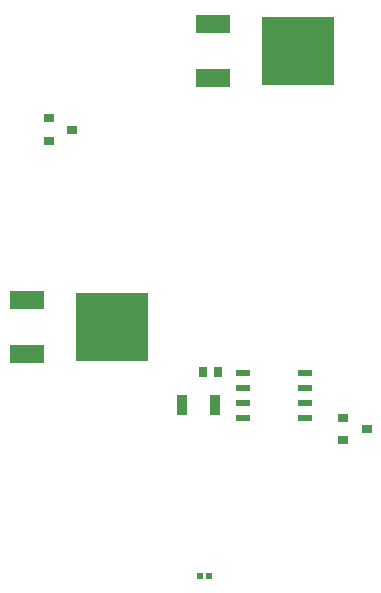
<source format=gtp>
G04 Layer_Color=8421504*
%FSLAX25Y25*%
%MOIN*%
G70*
G01*
G75*
%ADD10R,0.03543X0.03150*%
%ADD11R,0.02205X0.02047*%
%ADD12R,0.03740X0.06693*%
%ADD13R,0.03150X0.03543*%
%ADD14R,0.24410X0.22835*%
%ADD15R,0.11811X0.06299*%
G04:AMPARAMS|DCode=16|XSize=21.65mil|YSize=49.21mil|CornerRadius=1.95mil|HoleSize=0mil|Usage=FLASHONLY|Rotation=270.000|XOffset=0mil|YOffset=0mil|HoleType=Round|Shape=RoundedRectangle|*
%AMROUNDEDRECTD16*
21,1,0.02165,0.04532,0,0,270.0*
21,1,0.01776,0.04921,0,0,270.0*
1,1,0.00390,-0.02266,-0.00888*
1,1,0.00390,-0.02266,0.00888*
1,1,0.00390,0.02266,0.00888*
1,1,0.00390,0.02266,-0.00888*
%
%ADD16ROUNDEDRECTD16*%
D10*
X248937Y145000D02*
D03*
X241063Y141260D02*
D03*
Y148740D02*
D03*
X150874Y244740D02*
D03*
X143000Y241000D02*
D03*
Y248480D02*
D03*
D11*
X193504Y96000D02*
D03*
X196496D02*
D03*
D12*
X198512Y153000D02*
D03*
X187488D02*
D03*
D13*
X194539Y164000D02*
D03*
X199461D02*
D03*
D14*
X226024Y271000D02*
D03*
X164024Y179000D02*
D03*
D15*
X197677Y261984D02*
D03*
Y280016D02*
D03*
X135677Y169984D02*
D03*
Y188016D02*
D03*
D16*
X228335Y148500D02*
D03*
Y153500D02*
D03*
Y158500D02*
D03*
Y163500D02*
D03*
X207665Y148500D02*
D03*
Y153500D02*
D03*
Y158500D02*
D03*
Y163500D02*
D03*
M02*

</source>
